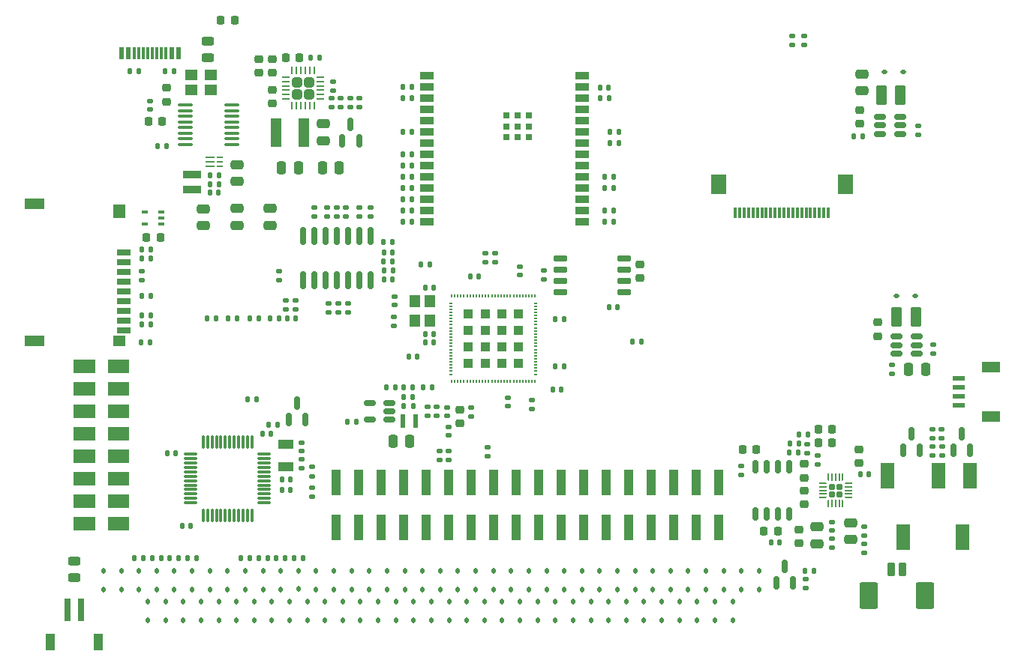
<source format=gbr>
%TF.GenerationSoftware,KiCad,Pcbnew,8.0.2*%
%TF.CreationDate,2024-05-22T21:58:48+02:00*%
%TF.ProjectId,why2025,77687932-3032-4352-9e6b-696361645f70,rev?*%
%TF.SameCoordinates,Original*%
%TF.FileFunction,Paste,Bot*%
%TF.FilePolarity,Positive*%
%FSLAX46Y46*%
G04 Gerber Fmt 4.6, Leading zero omitted, Abs format (unit mm)*
G04 Created by KiCad (PCBNEW 8.0.2) date 2024-05-22 21:58:48*
%MOMM*%
%LPD*%
G01*
G04 APERTURE LIST*
G04 Aperture macros list*
%AMRoundRect*
0 Rectangle with rounded corners*
0 $1 Rounding radius*
0 $2 $3 $4 $5 $6 $7 $8 $9 X,Y pos of 4 corners*
0 Add a 4 corners polygon primitive as box body*
4,1,4,$2,$3,$4,$5,$6,$7,$8,$9,$2,$3,0*
0 Add four circle primitives for the rounded corners*
1,1,$1+$1,$2,$3*
1,1,$1+$1,$4,$5*
1,1,$1+$1,$6,$7*
1,1,$1+$1,$8,$9*
0 Add four rect primitives between the rounded corners*
20,1,$1+$1,$2,$3,$4,$5,0*
20,1,$1+$1,$4,$5,$6,$7,0*
20,1,$1+$1,$6,$7,$8,$9,0*
20,1,$1+$1,$8,$9,$2,$3,0*%
%AMFreePoly0*
4,1,14,0.385355,0.085355,0.400000,0.050000,0.400000,0.000711,0.385355,-0.034644,0.334644,-0.085355,0.299289,-0.100000,-0.350000,-0.100000,-0.385355,-0.085355,-0.400000,-0.050000,-0.400000,0.050000,-0.385355,0.085355,-0.350000,0.100000,0.350000,0.100000,0.385355,0.085355,0.385355,0.085355,$1*%
%AMFreePoly1*
4,1,14,0.334644,0.085355,0.385355,0.034644,0.400000,-0.000711,0.400000,-0.050000,0.385355,-0.085355,0.350000,-0.100000,-0.350000,-0.100000,-0.385355,-0.085355,-0.400000,-0.050000,-0.400000,0.050000,-0.385355,0.085355,-0.350000,0.100000,0.299289,0.100000,0.334644,0.085355,0.334644,0.085355,$1*%
%AMFreePoly2*
4,1,14,0.085355,0.385355,0.100000,0.350000,0.100000,-0.350000,0.085355,-0.385355,0.050000,-0.400000,0.000711,-0.400000,-0.034644,-0.385355,-0.085355,-0.334644,-0.100000,-0.299289,-0.100000,0.350000,-0.085355,0.385355,-0.050000,0.400000,0.050000,0.400000,0.085355,0.385355,0.085355,0.385355,$1*%
%AMFreePoly3*
4,1,14,0.085355,0.385355,0.100000,0.350000,0.100000,-0.299289,0.085355,-0.334644,0.034644,-0.385355,-0.000711,-0.400000,-0.050000,-0.400000,-0.085355,-0.385355,-0.100000,-0.350000,-0.100000,0.350000,-0.085355,0.385355,-0.050000,0.400000,0.050000,0.400000,0.085355,0.385355,0.085355,0.385355,$1*%
%AMFreePoly4*
4,1,14,0.385355,0.085355,0.400000,0.050000,0.400000,-0.050000,0.385355,-0.085355,0.350000,-0.100000,-0.350000,-0.100000,-0.385355,-0.085355,-0.400000,-0.050000,-0.400000,-0.000711,-0.385355,0.034644,-0.334644,0.085355,-0.299289,0.100000,0.350000,0.100000,0.385355,0.085355,0.385355,0.085355,$1*%
%AMFreePoly5*
4,1,14,0.385355,0.085355,0.400000,0.050000,0.400000,-0.050000,0.385355,-0.085355,0.350000,-0.100000,-0.299289,-0.100000,-0.334644,-0.085355,-0.385355,-0.034644,-0.400000,0.000711,-0.400000,0.050000,-0.385355,0.085355,-0.350000,0.100000,0.350000,0.100000,0.385355,0.085355,0.385355,0.085355,$1*%
%AMFreePoly6*
4,1,14,0.034644,0.385355,0.085355,0.334644,0.100000,0.299289,0.100000,-0.350000,0.085355,-0.385355,0.050000,-0.400000,-0.050000,-0.400000,-0.085355,-0.385355,-0.100000,-0.350000,-0.100000,0.350000,-0.085355,0.385355,-0.050000,0.400000,-0.000711,0.400000,0.034644,0.385355,0.034644,0.385355,$1*%
%AMFreePoly7*
4,1,14,0.085355,0.385355,0.100000,0.350000,0.100000,-0.350000,0.085355,-0.385355,0.050000,-0.400000,-0.050000,-0.400000,-0.085355,-0.385355,-0.100000,-0.350000,-0.100000,0.299289,-0.085355,0.334644,-0.034644,0.385355,0.000711,0.400000,0.050000,0.400000,0.085355,0.385355,0.085355,0.385355,$1*%
G04 Aperture macros list end*
%ADD10C,0.010000*%
%ADD11RoundRect,0.135000X-0.135000X-0.185000X0.135000X-0.185000X0.135000X0.185000X-0.135000X0.185000X0*%
%ADD12RoundRect,0.135000X0.185000X-0.135000X0.185000X0.135000X-0.185000X0.135000X-0.185000X-0.135000X0*%
%ADD13RoundRect,0.135000X-0.185000X0.135000X-0.185000X-0.135000X0.185000X-0.135000X0.185000X0.135000X0*%
%ADD14RoundRect,0.140000X-0.140000X-0.170000X0.140000X-0.170000X0.140000X0.170000X-0.140000X0.170000X0*%
%ADD15RoundRect,0.135000X0.135000X0.185000X-0.135000X0.185000X-0.135000X-0.185000X0.135000X-0.185000X0*%
%ADD16RoundRect,0.112500X-0.112500X0.187500X-0.112500X-0.187500X0.112500X-0.187500X0.112500X0.187500X0*%
%ADD17RoundRect,0.100000X0.225000X0.100000X-0.225000X0.100000X-0.225000X-0.100000X0.225000X-0.100000X0*%
%ADD18RoundRect,0.225000X-0.250000X0.225000X-0.250000X-0.225000X0.250000X-0.225000X0.250000X0.225000X0*%
%ADD19RoundRect,0.140000X0.140000X0.170000X-0.140000X0.170000X-0.140000X-0.170000X0.140000X-0.170000X0*%
%ADD20RoundRect,0.150000X0.512500X0.150000X-0.512500X0.150000X-0.512500X-0.150000X0.512500X-0.150000X0*%
%ADD21RoundRect,0.140000X0.170000X-0.140000X0.170000X0.140000X-0.170000X0.140000X-0.170000X-0.140000X0*%
%ADD22R,1.500000X3.000000*%
%ADD23RoundRect,0.250000X0.250000X0.475000X-0.250000X0.475000X-0.250000X-0.475000X0.250000X-0.475000X0*%
%ADD24RoundRect,0.225000X0.250000X-0.225000X0.250000X0.225000X-0.250000X0.225000X-0.250000X-0.225000X0*%
%ADD25RoundRect,0.140000X-0.170000X0.140000X-0.170000X-0.140000X0.170000X-0.140000X0.170000X0.140000X0*%
%ADD26R,1.348740X0.599440*%
%ADD27R,1.998980X1.198880*%
%ADD28RoundRect,0.225000X-0.225000X-0.250000X0.225000X-0.250000X0.225000X0.250000X-0.225000X0.250000X0*%
%ADD29RoundRect,0.150000X-0.150000X0.625000X-0.150000X-0.625000X0.150000X-0.625000X0.150000X0.625000X0*%
%ADD30R,1.400000X1.200000*%
%ADD31RoundRect,0.075000X0.662500X0.075000X-0.662500X0.075000X-0.662500X-0.075000X0.662500X-0.075000X0*%
%ADD32RoundRect,0.075000X0.075000X0.662500X-0.075000X0.662500X-0.075000X-0.662500X0.075000X-0.662500X0*%
%ADD33RoundRect,0.150000X0.150000X-0.587500X0.150000X0.587500X-0.150000X0.587500X-0.150000X-0.587500X0*%
%ADD34RoundRect,0.137500X-0.137500X-0.662500X0.137500X-0.662500X0.137500X0.662500X-0.137500X0.662500X0*%
%ADD35RoundRect,0.250000X-0.475000X0.250000X-0.475000X-0.250000X0.475000X-0.250000X0.475000X0.250000X0*%
%ADD36R,0.700000X2.500000*%
%ADD37R,1.100000X1.900000*%
%ADD38R,2.340000X1.420010*%
%ADD39R,2.240000X1.420010*%
%ADD40RoundRect,0.250000X-0.250000X-0.475000X0.250000X-0.475000X0.250000X0.475000X-0.250000X0.475000X0*%
%ADD41RoundRect,0.112500X-0.187500X-0.112500X0.187500X-0.112500X0.187500X0.112500X-0.187500X0.112500X0*%
%ADD42R,1.000000X3.000000*%
%ADD43R,1.200000X1.400000*%
%ADD44RoundRect,0.218750X-0.218750X-0.256250X0.218750X-0.256250X0.218750X0.256250X-0.218750X0.256250X0*%
%ADD45R,0.600000X1.450000*%
%ADD46R,0.300000X1.450000*%
%ADD47RoundRect,0.250000X-0.315000X0.315000X-0.315000X-0.315000X0.315000X-0.315000X0.315000X0.315000X0*%
%ADD48RoundRect,0.062500X-0.062500X0.350000X-0.062500X-0.350000X0.062500X-0.350000X0.062500X0.350000X0*%
%ADD49RoundRect,0.062500X-0.350000X0.062500X-0.350000X-0.062500X0.350000X-0.062500X0.350000X0.062500X0*%
%ADD50RoundRect,0.250000X-0.375000X-0.850000X0.375000X-0.850000X0.375000X0.850000X-0.375000X0.850000X0*%
%ADD51RoundRect,0.243750X0.456250X-0.243750X0.456250X0.243750X-0.456250X0.243750X-0.456250X-0.243750X0*%
%ADD52R,1.125000X1.125000*%
%ADD53O,0.180000X0.400000*%
%ADD54O,0.400000X0.180000*%
%ADD55RoundRect,0.200000X0.200000X0.600000X-0.200000X0.600000X-0.200000X-0.600000X0.200000X-0.600000X0*%
%ADD56RoundRect,0.250001X0.799999X1.249999X-0.799999X1.249999X-0.799999X-1.249999X0.799999X-1.249999X0*%
%ADD57R,0.300000X1.300000*%
%ADD58R,1.800000X2.200000*%
%ADD59RoundRect,0.225000X0.225000X0.250000X-0.225000X0.250000X-0.225000X-0.250000X0.225000X-0.250000X0*%
%ADD60R,1.800000X1.000000*%
%ADD61RoundRect,0.150000X-0.650000X-0.150000X0.650000X-0.150000X0.650000X0.150000X-0.650000X0.150000X0*%
%ADD62RoundRect,0.172500X-0.172500X0.172500X-0.172500X-0.172500X0.172500X-0.172500X0.172500X0.172500X0*%
%ADD63FreePoly0,270.000000*%
%ADD64RoundRect,0.050000X-0.050000X0.350000X-0.050000X-0.350000X0.050000X-0.350000X0.050000X0.350000X0*%
%ADD65FreePoly1,270.000000*%
%ADD66FreePoly2,270.000000*%
%ADD67RoundRect,0.050000X-0.350000X0.050000X-0.350000X-0.050000X0.350000X-0.050000X0.350000X0.050000X0*%
%ADD68FreePoly3,270.000000*%
%ADD69FreePoly4,270.000000*%
%ADD70FreePoly5,270.000000*%
%ADD71FreePoly6,270.000000*%
%ADD72FreePoly7,270.000000*%
%ADD73RoundRect,0.250000X0.475000X-0.250000X0.475000X0.250000X-0.475000X0.250000X-0.475000X-0.250000X0*%
%ADD74R,1.500000X0.900000*%
%ADD75R,0.800000X0.800000*%
%ADD76R,2.000000X0.950000*%
%ADD77R,1.200000X3.300000*%
%ADD78RoundRect,0.062500X-0.237500X0.062500X-0.237500X-0.062500X0.237500X-0.062500X0.237500X0.062500X0*%
%ADD79RoundRect,0.062500X-0.437500X0.062500X-0.437500X-0.062500X0.437500X-0.062500X0.437500X0.062500X0*%
%ADD80RoundRect,0.100000X0.712500X0.100000X-0.712500X0.100000X-0.712500X-0.100000X0.712500X-0.100000X0*%
%ADD81R,1.600000X0.700000*%
%ADD82R,2.200000X1.200000*%
%ADD83R,1.400000X1.600000*%
%ADD84RoundRect,0.150000X-0.150000X0.825000X-0.150000X-0.825000X0.150000X-0.825000X0.150000X0.825000X0*%
G04 APERTURE END LIST*
D10*
%TO.C,J5*%
X-45053000Y21179990D02*
X-47393000Y21179990D01*
X-47393000Y22600010D01*
X-45053000Y22600010D01*
X-45053000Y21179990D01*
G36*
X-45053000Y21179990D02*
G01*
X-47393000Y21179990D01*
X-47393000Y22600010D01*
X-45053000Y22600010D01*
X-45053000Y21179990D01*
G37*
X-45053000Y18639990D02*
X-47393000Y18639990D01*
X-47393000Y20060010D01*
X-45053000Y20060010D01*
X-45053000Y18639990D01*
G36*
X-45053000Y18639990D02*
G01*
X-47393000Y18639990D01*
X-47393000Y20060010D01*
X-45053000Y20060010D01*
X-45053000Y18639990D01*
G37*
X-45053000Y16099990D02*
X-47393000Y16099990D01*
X-47393000Y17520010D01*
X-45053000Y17520010D01*
X-45053000Y16099990D01*
G36*
X-45053000Y16099990D02*
G01*
X-47393000Y16099990D01*
X-47393000Y17520010D01*
X-45053000Y17520010D01*
X-45053000Y16099990D01*
G37*
X-45053000Y13559994D02*
X-47393000Y13559994D01*
X-47393000Y14980010D01*
X-45053000Y14980010D01*
X-45053000Y13559994D01*
G36*
X-45053000Y13559994D02*
G01*
X-47393000Y13559994D01*
X-47393000Y14980010D01*
X-45053000Y14980010D01*
X-45053000Y13559994D01*
G37*
X-45053000Y11019990D02*
X-47393000Y11019990D01*
X-47393000Y12440006D01*
X-45053000Y12440006D01*
X-45053000Y11019990D01*
G36*
X-45053000Y11019990D02*
G01*
X-47393000Y11019990D01*
X-47393000Y12440006D01*
X-45053000Y12440006D01*
X-45053000Y11019990D01*
G37*
X-45053000Y8479990D02*
X-47393000Y8479990D01*
X-47393000Y9900010D01*
X-45053000Y9900010D01*
X-45053000Y8479990D01*
G36*
X-45053000Y8479990D02*
G01*
X-47393000Y8479990D01*
X-47393000Y9900010D01*
X-45053000Y9900010D01*
X-45053000Y8479990D01*
G37*
X-45053000Y5939990D02*
X-47393000Y5939990D01*
X-47393000Y7360010D01*
X-45053000Y7360010D01*
X-45053000Y5939990D01*
G36*
X-45053000Y5939990D02*
G01*
X-47393000Y5939990D01*
X-47393000Y7360010D01*
X-45053000Y7360010D01*
X-45053000Y5939990D01*
G37*
X-45053000Y3399990D02*
X-47393000Y3399990D01*
X-47393000Y4820010D01*
X-45053000Y4820010D01*
X-45053000Y3399990D01*
G36*
X-45053000Y3399990D02*
G01*
X-47393000Y3399990D01*
X-47393000Y4820010D01*
X-45053000Y4820010D01*
X-45053000Y3399990D01*
G37*
X-41242000Y21179990D02*
X-43482000Y21179990D01*
X-43482000Y22600010D01*
X-41242000Y22600010D01*
X-41242000Y21179990D01*
G36*
X-41242000Y21179990D02*
G01*
X-43482000Y21179990D01*
X-43482000Y22600010D01*
X-41242000Y22600010D01*
X-41242000Y21179990D01*
G37*
X-41242000Y18639990D02*
X-43482000Y18639990D01*
X-43482000Y20060010D01*
X-41242000Y20060010D01*
X-41242000Y18639990D01*
G36*
X-41242000Y18639990D02*
G01*
X-43482000Y18639990D01*
X-43482000Y20060010D01*
X-41242000Y20060010D01*
X-41242000Y18639990D01*
G37*
X-41242000Y16099990D02*
X-43482000Y16099990D01*
X-43482000Y17520010D01*
X-41242000Y17520010D01*
X-41242000Y16099990D01*
G36*
X-41242000Y16099990D02*
G01*
X-43482000Y16099990D01*
X-43482000Y17520010D01*
X-41242000Y17520010D01*
X-41242000Y16099990D01*
G37*
X-41242000Y13559994D02*
X-43482000Y13559994D01*
X-43482000Y14980010D01*
X-41242000Y14980010D01*
X-41242000Y13559994D01*
G36*
X-41242000Y13559994D02*
G01*
X-43482000Y13559994D01*
X-43482000Y14980010D01*
X-41242000Y14980010D01*
X-41242000Y13559994D01*
G37*
X-41242000Y11019990D02*
X-43482000Y11019990D01*
X-43482000Y12440006D01*
X-41242000Y12440006D01*
X-41242000Y11019990D01*
G36*
X-41242000Y11019990D02*
G01*
X-43482000Y11019990D01*
X-43482000Y12440006D01*
X-41242000Y12440006D01*
X-41242000Y11019990D01*
G37*
X-41242000Y8479990D02*
X-43482000Y8479990D01*
X-43482000Y9900010D01*
X-41242000Y9900010D01*
X-41242000Y8479990D01*
G36*
X-41242000Y8479990D02*
G01*
X-43482000Y8479990D01*
X-43482000Y9900010D01*
X-41242000Y9900010D01*
X-41242000Y8479990D01*
G37*
X-41242000Y5939990D02*
X-43482000Y5939990D01*
X-43482000Y7360010D01*
X-41242000Y7360010D01*
X-41242000Y5939990D01*
G36*
X-41242000Y5939990D02*
G01*
X-43482000Y5939990D01*
X-43482000Y7360010D01*
X-41242000Y7360010D01*
X-41242000Y5939990D01*
G37*
X-41242000Y3399990D02*
X-43482000Y3399990D01*
X-43482000Y4820010D01*
X-41242000Y4820010D01*
X-41242000Y3399990D01*
G36*
X-41242000Y3399990D02*
G01*
X-43482000Y3399990D01*
X-43482000Y4820010D01*
X-41242000Y4820010D01*
X-41242000Y3399990D01*
G37*
%TD*%
D11*
%TO.C,R32*%
X-39770000Y24570000D03*
X-38750000Y24570000D03*
%TD*%
D12*
%TO.C,R22*%
X-17280000Y51135001D03*
X-17280000Y52154999D03*
%TD*%
D13*
%TO.C,R87*%
X-22300000Y29300000D03*
X-22300000Y28280002D03*
%TD*%
D14*
%TO.C,C51*%
X6730000Y19260000D03*
X7690000Y19260000D03*
%TD*%
D15*
%TO.C,R58*%
X-38690000Y26650000D03*
X-39710000Y26650000D03*
%TD*%
D16*
%TO.C,D22*%
X-23000000Y-4700000D03*
X-23000000Y-6800000D03*
%TD*%
D13*
%TO.C,R21*%
X-18280000Y52154999D03*
X-18280000Y51135001D03*
%TD*%
D12*
%TO.C,R81*%
X-24200000Y31590001D03*
X-24200000Y32609999D03*
%TD*%
D15*
%TO.C,R59*%
X-38690000Y27650000D03*
X-39710000Y27650000D03*
%TD*%
D17*
%TO.C,U20*%
X-37450000Y39300000D03*
X-37450000Y38650000D03*
X-37450000Y38000000D03*
X-39350000Y38000000D03*
X-39350000Y39300000D03*
%TD*%
D18*
%TO.C,C62*%
X35080000Y7805000D03*
X35080000Y6255000D03*
%TD*%
D15*
%TO.C,R39*%
X-11060001Y19490000D03*
X-12079999Y19490000D03*
%TD*%
D16*
%TO.C,D36*%
X-5000000Y-4750000D03*
X-5000000Y-6850000D03*
%TD*%
D19*
%TO.C,C55*%
X-1630000Y32040000D03*
X-2590000Y32040000D03*
%TD*%
D11*
%TO.C,R52*%
X6960000Y27230000D03*
X7980000Y27230000D03*
%TD*%
%TO.C,R26*%
X12590000Y42020000D03*
X13610000Y42020000D03*
%TD*%
D16*
%TO.C,D39*%
X5000000Y-4750000D03*
X5000000Y-6850000D03*
%TD*%
D20*
%TO.C,U3*%
X-11700000Y17750000D03*
X-11700000Y16800000D03*
X-11700000Y15850000D03*
X-13975000Y15850000D03*
X-13975000Y17750000D03*
%TD*%
D16*
%TO.C,D66*%
X21000000Y-4750000D03*
X21000000Y-6850000D03*
%TD*%
%TO.C,D60*%
X13000000Y-4750000D03*
X13000000Y-6850000D03*
%TD*%
D15*
%TO.C,R56*%
X-38690000Y34075000D03*
X-39710000Y34075000D03*
%TD*%
D21*
%TO.C,C6*%
X-38790000Y50880000D03*
X-38790000Y51840000D03*
%TD*%
D12*
%TO.C,R50*%
X33700000Y58190001D03*
X33700000Y59209999D03*
%TD*%
%TO.C,R92*%
X-20240000Y38790001D03*
X-20240000Y39809999D03*
%TD*%
D16*
%TO.C,D2*%
X-40000000Y-1250000D03*
X-40000000Y-3350000D03*
%TD*%
D19*
%TO.C,C2*%
X-24380000Y15300000D03*
X-25340000Y15300000D03*
%TD*%
D22*
%TO.C,J4*%
X46217500Y2550000D03*
X52917500Y2550000D03*
X53817500Y9550000D03*
X50217500Y9550000D03*
X44517500Y9550000D03*
%TD*%
D16*
%TO.C,D43*%
X-7000000Y-4750000D03*
X-7000000Y-6850000D03*
%TD*%
D15*
%TO.C,R17*%
X13610000Y38200000D03*
X12590000Y38200000D03*
%TD*%
D16*
%TO.C,D21*%
X-21000000Y-4750000D03*
X-21000000Y-6850000D03*
%TD*%
D11*
%TO.C,R15*%
X13150000Y48350000D03*
X14170000Y48350000D03*
%TD*%
D16*
%TO.C,D45*%
X9000000Y-4750000D03*
X9000000Y-6850000D03*
%TD*%
D12*
%TO.C,R76*%
X35420000Y12070000D03*
X35420000Y13090000D03*
%TD*%
D16*
%TO.C,D11*%
X-32000000Y-1250000D03*
X-32000000Y-3350000D03*
%TD*%
D19*
%TO.C,C57*%
X-6730000Y25480000D03*
X-7690000Y25480000D03*
%TD*%
D16*
%TO.C,D31*%
X-10000000Y-1250000D03*
X-10000000Y-3350000D03*
%TD*%
D23*
%TO.C,C13*%
X-22010000Y44325000D03*
X-23910000Y44325000D03*
%TD*%
D15*
%TO.C,R18*%
X13610000Y39450000D03*
X12590000Y39450000D03*
%TD*%
%TO.C,R7*%
X-27480000Y200000D03*
X-28500000Y200000D03*
%TD*%
D12*
%TO.C,R88*%
X-15156000Y38790001D03*
X-15156000Y39809999D03*
%TD*%
%TO.C,R95*%
X-17708000Y38790001D03*
X-17708000Y39809999D03*
%TD*%
D11*
%TO.C,R40*%
X-10100000Y18400000D03*
X-9080002Y18400000D03*
%TD*%
D24*
%TO.C,C11*%
X-24960000Y51550000D03*
X-24960000Y53100000D03*
%TD*%
D13*
%TO.C,R29*%
X-20450000Y10490000D03*
X-20450000Y9470002D03*
%TD*%
D25*
%TO.C,C22*%
X-21660000Y13250000D03*
X-21660000Y12290000D03*
%TD*%
D16*
%TO.C,D51*%
X-2000000Y-1250000D03*
X-2000000Y-3350000D03*
%TD*%
%TO.C,D67*%
X23000000Y-4750000D03*
X23000000Y-6850000D03*
%TD*%
D26*
%TO.C,J10*%
X52500000Y20498600D03*
X52500000Y19497840D03*
X52500000Y18502160D03*
X52500000Y17501400D03*
D27*
X56172840Y21799080D03*
X56172840Y16200920D03*
%TD*%
D28*
%TO.C,C30*%
X-39150000Y36400000D03*
X-37600000Y36400000D03*
%TD*%
D29*
%TO.C,U16*%
X29565000Y10555000D03*
X30835000Y10555000D03*
X32105000Y10555000D03*
X33375000Y10555000D03*
X33375000Y5205000D03*
X32105000Y5205000D03*
X30835000Y5205000D03*
X29565000Y5205000D03*
%TD*%
D30*
%TO.C,Y1*%
X-34050000Y54800000D03*
X-31850000Y54800000D03*
X-31850000Y53100000D03*
X-34050000Y53100000D03*
%TD*%
D31*
%TO.C,U1*%
X-25837500Y11950000D03*
X-25837500Y11450000D03*
X-25837500Y10950000D03*
X-25837500Y10450000D03*
X-25837500Y9950000D03*
X-25837500Y9450000D03*
X-25837500Y8950000D03*
X-25837500Y8450000D03*
X-25837500Y7950000D03*
X-25837500Y7450000D03*
X-25837500Y6950000D03*
X-25837500Y6450000D03*
D32*
X-27250000Y5037500D03*
X-27750000Y5037500D03*
X-28250000Y5037500D03*
X-28750000Y5037500D03*
X-29250000Y5037500D03*
X-29750000Y5037500D03*
X-30250000Y5037500D03*
X-30750000Y5037500D03*
X-31250000Y5037500D03*
X-31750000Y5037500D03*
X-32250000Y5037500D03*
X-32750000Y5037500D03*
D31*
X-34162500Y6450000D03*
X-34162500Y6950000D03*
X-34162500Y7450000D03*
X-34162500Y7950000D03*
X-34162500Y8450000D03*
X-34162500Y8950000D03*
X-34162500Y9450000D03*
X-34162500Y9950000D03*
X-34162500Y10450000D03*
X-34162500Y10950000D03*
X-34162500Y11450000D03*
X-34162500Y11950000D03*
D32*
X-32750000Y13362500D03*
X-32250000Y13362500D03*
X-31750000Y13362500D03*
X-31250000Y13362500D03*
X-30750000Y13362500D03*
X-30250000Y13362500D03*
X-29750000Y13362500D03*
X-29250000Y13362500D03*
X-28750000Y13362500D03*
X-28250000Y13362500D03*
X-27750000Y13362500D03*
X-27250000Y13362500D03*
%TD*%
D16*
%TO.C,D40*%
X2000000Y-1250000D03*
X2000000Y-3350000D03*
%TD*%
D13*
%TO.C,R100*%
X35250000Y-2140000D03*
X35250000Y-3160000D03*
%TD*%
D18*
%TO.C,C67*%
X34520000Y3435000D03*
X34520000Y1885000D03*
%TD*%
D16*
%TO.C,D35*%
X-6000000Y-1250000D03*
X-6000000Y-3350000D03*
%TD*%
%TO.C,D30*%
X-11000000Y-4750000D03*
X-11000000Y-6850000D03*
%TD*%
D33*
%TO.C,Q3*%
X53822501Y12392500D03*
X51922501Y12392500D03*
X52872501Y14267501D03*
%TD*%
D12*
%TO.C,R31*%
X-16160000Y51135001D03*
X-16160000Y52154999D03*
%TD*%
D34*
%TO.C,L1*%
X-8775000Y15700000D03*
X-10225000Y15700000D03*
%TD*%
D25*
%TO.C,C38*%
X-2540000Y17190000D03*
X-2540000Y16230000D03*
%TD*%
D16*
%TO.C,D34*%
X-4000000Y-1250000D03*
X-4000000Y-3350000D03*
%TD*%
%TO.C,D18*%
X-31000000Y-4750000D03*
X-31000000Y-6850000D03*
%TD*%
%TO.C,D63*%
X16000000Y-1250000D03*
X16000000Y-3350000D03*
%TD*%
D11*
%TO.C,R77*%
X34480000Y14170000D03*
X35500000Y14170000D03*
%TD*%
%TO.C,R19*%
X-20669999Y56775000D03*
X-19650001Y56775000D03*
%TD*%
D13*
%TO.C,R74*%
X49570000Y12849999D03*
X49570000Y11830001D03*
%TD*%
%TO.C,R96*%
X-16640000Y39819999D03*
X-16640000Y38800001D03*
%TD*%
D16*
%TO.C,D64*%
X20000000Y-1250000D03*
X20000000Y-3350000D03*
%TD*%
D14*
%TO.C,C23*%
X-23860000Y9080000D03*
X-22900000Y9080000D03*
%TD*%
D35*
%TO.C,C17*%
X-32700000Y39665001D03*
X-32700000Y37765001D03*
%TD*%
D16*
%TO.C,D12*%
X-36000000Y-1250000D03*
X-36000000Y-3350000D03*
%TD*%
D25*
%TO.C,C71*%
X38200000Y4260000D03*
X38200000Y3300000D03*
%TD*%
D19*
%TO.C,C24*%
X-9140000Y19500000D03*
X-10100000Y19500000D03*
%TD*%
D24*
%TO.C,C63*%
X41280000Y10915000D03*
X41280000Y12465000D03*
%TD*%
D19*
%TO.C,C3*%
X-34180000Y3840000D03*
X-35140000Y3840000D03*
%TD*%
D15*
%TO.C,R83*%
X-11340001Y32690000D03*
X-12359999Y32690000D03*
%TD*%
D12*
%TO.C,R20*%
X-18070000Y53060001D03*
X-18070000Y54079999D03*
%TD*%
D15*
%TO.C,R57*%
X-38690000Y35075000D03*
X-39710000Y35075000D03*
%TD*%
D36*
%TO.C,J13*%
X-46525000Y-5650000D03*
X-48025000Y-5650000D03*
D37*
X-44575000Y-9250000D03*
X-49975000Y-9250000D03*
%TD*%
D16*
%TO.C,D24*%
X-24000000Y-1250000D03*
X-24000000Y-3350000D03*
%TD*%
D20*
%TO.C,U11*%
X47787499Y25235000D03*
X47787499Y24285000D03*
X47787499Y23335000D03*
X45512499Y23335000D03*
X45512499Y24285000D03*
X45512499Y25235000D03*
%TD*%
D12*
%TO.C,R25*%
X-650000Y11700000D03*
X-650000Y12720000D03*
%TD*%
D38*
%TO.C,J5*%
X-46223000Y21890000D03*
D39*
X-42362000Y21890000D03*
D38*
X-46223000Y19350000D03*
D39*
X-42362000Y19350000D03*
D38*
X-46223000Y16810000D03*
D39*
X-42362000Y16810000D03*
D38*
X-46223000Y14270000D03*
D39*
X-42362000Y14270000D03*
D38*
X-46223000Y11730000D03*
D39*
X-42362000Y11730000D03*
D38*
X-46223000Y9190000D03*
D39*
X-42362000Y9190000D03*
D38*
X-46223000Y6650000D03*
D39*
X-42362000Y6650000D03*
D38*
X-46223000Y4110000D03*
D39*
X-42362000Y4110000D03*
%TD*%
D35*
%TO.C,C19*%
X-25200000Y39725001D03*
X-25200000Y37825001D03*
%TD*%
D16*
%TO.C,D42*%
X1000000Y-4750000D03*
X1000000Y-6850000D03*
%TD*%
D40*
%TO.C,C31*%
X46860000Y21530000D03*
X48760000Y21530000D03*
%TD*%
D16*
%TO.C,D59*%
X12000000Y-1250000D03*
X12000000Y-3350000D03*
%TD*%
D28*
%TO.C,C60*%
X36685000Y14750000D03*
X38235000Y14750000D03*
%TD*%
D15*
%TO.C,R4*%
X-21490000Y200000D03*
X-22510000Y200000D03*
%TD*%
D11*
%TO.C,R49*%
X-10250000Y53440000D03*
X-9230000Y53440000D03*
%TD*%
D41*
%TO.C,D83*%
X45537499Y29820000D03*
X47637499Y29820000D03*
%TD*%
D42*
%TO.C,J6*%
X-17780000Y3680000D03*
X-17780000Y8720000D03*
X-15240000Y3680000D03*
X-15240000Y8720000D03*
X-12700000Y3680000D03*
X-12700000Y8720000D03*
X-10160000Y3680000D03*
X-10160000Y8720000D03*
X-7620000Y3680000D03*
X-7620000Y8720000D03*
X-5080000Y3680000D03*
X-5080000Y8720000D03*
X-2540000Y3680000D03*
X-2540000Y8720000D03*
X0Y3680000D03*
X0Y8720000D03*
X2540000Y3680000D03*
X2540000Y8720000D03*
X5080000Y3680000D03*
X5080000Y8720000D03*
X7620000Y3680000D03*
X7620000Y8720000D03*
X10160000Y3680000D03*
X10160000Y8720000D03*
X12700000Y3680000D03*
X12700000Y8720000D03*
X15240000Y3680000D03*
X15240000Y8720000D03*
X17780000Y3680000D03*
X17780000Y8720000D03*
X20320000Y3680000D03*
X20320000Y8720000D03*
X22860000Y3680000D03*
X22860000Y8720000D03*
X25400000Y3680000D03*
X25400000Y8720000D03*
%TD*%
D43*
%TO.C,Y3*%
X-7133000Y29207000D03*
X-7133000Y27007000D03*
X-8833000Y27007000D03*
X-8833000Y29207000D03*
%TD*%
D11*
%TO.C,R36*%
X-10250000Y44550000D03*
X-9230000Y44550000D03*
%TD*%
D16*
%TO.C,D47*%
X3000000Y-4750000D03*
X3000000Y-6850000D03*
%TD*%
D25*
%TO.C,C27*%
X-7400000Y17280000D03*
X-7400000Y16320000D03*
%TD*%
D16*
%TO.C,D23*%
X-20000000Y-1250000D03*
X-20000000Y-3350000D03*
%TD*%
D44*
%TO.C,D82*%
X-30787500Y61000000D03*
X-29212500Y61000000D03*
%TD*%
D15*
%TO.C,R46*%
X-9230000Y48360000D03*
X-10250000Y48360000D03*
%TD*%
D16*
%TO.C,D33*%
X-18000000Y-1250000D03*
X-18000000Y-3350000D03*
%TD*%
D25*
%TO.C,C40*%
X-5200000Y17250000D03*
X-5200000Y16290000D03*
%TD*%
D16*
%TO.C,D68*%
X25000000Y-4750000D03*
X25000000Y-6850000D03*
%TD*%
D13*
%TO.C,R84*%
X-16430000Y28959999D03*
X-16430000Y27940001D03*
%TD*%
D45*
%TO.C,J1*%
X-42000000Y57275000D03*
X-41200000Y57275000D03*
D46*
X-40000000Y57275000D03*
X-39000000Y57275000D03*
X-38500000Y57275000D03*
X-37500000Y57275000D03*
D45*
X-36300000Y57275000D03*
X-35500000Y57275000D03*
X-35500000Y57275000D03*
X-36300000Y57275000D03*
D46*
X-37000000Y57275000D03*
X-38000000Y57275000D03*
X-39500000Y57275000D03*
X-40500000Y57275000D03*
D45*
X-41200000Y57275000D03*
X-42000000Y57275000D03*
%TD*%
D11*
%TO.C,R11*%
X-37920000Y46760000D03*
X-36900000Y46760000D03*
%TD*%
D25*
%TO.C,C56*%
X1670000Y18330000D03*
X1670000Y17370000D03*
%TD*%
D16*
%TO.C,D13*%
X-25000000Y-4750000D03*
X-25000000Y-6850000D03*
%TD*%
%TO.C,D49*%
X-1000000Y-4750000D03*
X-1000000Y-6850000D03*
%TD*%
D11*
%TO.C,R97*%
X-27509999Y27300000D03*
X-26490001Y27300000D03*
%TD*%
D15*
%TO.C,R43*%
X-7140000Y33400000D03*
X-8160000Y33400000D03*
%TD*%
D12*
%TO.C,R47*%
X44984999Y21050001D03*
X44984999Y22069999D03*
%TD*%
D11*
%TO.C,R91*%
X-29919998Y27300000D03*
X-28900000Y27300000D03*
%TD*%
D12*
%TO.C,R72*%
X50620000Y11810000D03*
X50620000Y12830000D03*
%TD*%
D15*
%TO.C,R3*%
X-25480000Y200000D03*
X-26500000Y200000D03*
%TD*%
D11*
%TO.C,R33*%
X-10250000Y40740000D03*
X-9230000Y40740000D03*
%TD*%
D18*
%TO.C,C39*%
X-3800000Y16975000D03*
X-3800000Y15425000D03*
%TD*%
D47*
%TO.C,U6*%
X-20785000Y54000000D03*
X-22135000Y54000000D03*
X-20785000Y52650000D03*
X-22135000Y52650000D03*
D48*
X-22710000Y55287500D03*
X-22210000Y55287500D03*
X-21710000Y55287500D03*
X-21210000Y55287500D03*
X-20710000Y55287500D03*
X-20210000Y55287500D03*
D49*
X-19497500Y54575000D03*
X-19497500Y54075000D03*
X-19497500Y53575000D03*
X-19497500Y53075000D03*
X-19497500Y52575000D03*
X-19497500Y52075000D03*
D48*
X-20210000Y51362500D03*
X-20710000Y51362500D03*
X-21210000Y51362500D03*
X-21710000Y51362500D03*
X-22210000Y51362500D03*
X-22710000Y51362500D03*
D49*
X-23422500Y52075000D03*
X-23422500Y52575000D03*
X-23422500Y53075000D03*
X-23422500Y53575000D03*
X-23422500Y54075000D03*
X-23422500Y54575000D03*
%TD*%
D33*
%TO.C,Q2*%
X33850000Y-2600000D03*
X31950000Y-2600000D03*
X32900000Y-725000D03*
%TD*%
D35*
%TO.C,C15*%
X-19210000Y49275000D03*
X-19210000Y47375000D03*
%TD*%
D16*
%TO.C,D27*%
X-14000000Y-1250000D03*
X-14000000Y-3350000D03*
%TD*%
D11*
%TO.C,R94*%
X-12399999Y35950000D03*
X-11380001Y35950000D03*
%TD*%
D13*
%TO.C,R67*%
X41880000Y3780000D03*
X41880000Y2760000D03*
%TD*%
D24*
%TO.C,C20*%
X-24960000Y55050000D03*
X-24960000Y56600000D03*
%TD*%
D11*
%TO.C,R30*%
X-10250000Y39470000D03*
X-9230000Y39470000D03*
%TD*%
D16*
%TO.C,D41*%
X4000000Y-1250000D03*
X4000000Y-3350000D03*
%TD*%
D12*
%TO.C,R71*%
X49580000Y13770001D03*
X49580000Y14789999D03*
%TD*%
D19*
%TO.C,C37*%
X-15480000Y15570000D03*
X-16440000Y15570000D03*
%TD*%
D25*
%TO.C,C29*%
X-17530000Y28950000D03*
X-17530000Y27990000D03*
%TD*%
D16*
%TO.C,D17*%
X-26000000Y-1250000D03*
X-26000000Y-3350000D03*
%TD*%
D25*
%TO.C,C43*%
X-6400000Y17270000D03*
X-6400000Y16310000D03*
%TD*%
D50*
%TO.C,L4*%
X43805000Y52551249D03*
X45955000Y52551249D03*
%TD*%
D24*
%TO.C,C32*%
X43380000Y25295000D03*
X43380000Y26845000D03*
%TD*%
D21*
%TO.C,C21*%
X-21670000Y10400000D03*
X-21670000Y11360000D03*
%TD*%
D16*
%TO.C,D70*%
X27000000Y-4700000D03*
X27000000Y-6800000D03*
%TD*%
D33*
%TO.C,Q1*%
X-15160000Y47319999D03*
X-17060000Y47319999D03*
X-16110000Y49195000D03*
%TD*%
D16*
%TO.C,D10*%
X-35000000Y-4750000D03*
X-35000000Y-6850000D03*
%TD*%
D12*
%TO.C,R68*%
X41890000Y830000D03*
X41890000Y1850000D03*
%TD*%
D13*
%TO.C,R89*%
X-13880000Y39809999D03*
X-13880000Y38790001D03*
%TD*%
D12*
%TO.C,R75*%
X27950000Y9560001D03*
X27950000Y10579999D03*
%TD*%
D11*
%TO.C,R35*%
X-10250000Y43260000D03*
X-9230000Y43260000D03*
%TD*%
D16*
%TO.C,D8*%
X-34000000Y-1250000D03*
X-34000000Y-3350000D03*
%TD*%
%TO.C,D38*%
X-13000000Y-4750000D03*
X-13000000Y-6850000D03*
%TD*%
%TO.C,D7*%
X-30000000Y-1250000D03*
X-30000000Y-3350000D03*
%TD*%
D14*
%TO.C,C75*%
X-12330000Y31680000D03*
X-11370000Y31680000D03*
%TD*%
D51*
%TO.C,F2*%
X-47300000Y-2037500D03*
X-47300000Y-162500D03*
%TD*%
D11*
%TO.C,R9*%
X-41010000Y55200000D03*
X-39990000Y55200000D03*
%TD*%
%TO.C,R24*%
X-32000000Y43440000D03*
X-30980000Y43440000D03*
%TD*%
D28*
%TO.C,C9*%
X-23435000Y56790000D03*
X-21885000Y56790000D03*
%TD*%
D16*
%TO.C,D4*%
X-42000000Y-1250000D03*
X-42000000Y-3350000D03*
%TD*%
%TO.C,D28*%
X-17000000Y-4750000D03*
X-17000000Y-6850000D03*
%TD*%
D35*
%TO.C,C66*%
X40370000Y4200000D03*
X40370000Y2300000D03*
%TD*%
D25*
%TO.C,C35*%
X4310000Y18040000D03*
X4310000Y17080000D03*
%TD*%
D20*
%TO.C,U12*%
X45880000Y50051249D03*
X45880000Y49101250D03*
X45880000Y48151251D03*
X43605000Y48151251D03*
X43605000Y49101250D03*
X43605000Y50051249D03*
%TD*%
D33*
%TO.C,U15*%
X-21190000Y15842500D03*
X-23090000Y15842500D03*
X-22140000Y17717500D03*
%TD*%
D52*
%TO.C,U8*%
X2812500Y27812500D03*
X937500Y27812500D03*
X-937500Y27812500D03*
X-2812500Y27812500D03*
X2812500Y25937500D03*
X937500Y25937500D03*
X-937500Y25937500D03*
X-2812500Y25937500D03*
X2812500Y24062500D03*
X937500Y24062500D03*
X-937500Y24062500D03*
X-2812500Y24062500D03*
X2812500Y22187500D03*
X937500Y22187500D03*
X-937500Y22187500D03*
X-2812500Y22187500D03*
D53*
X-4725000Y29800000D03*
X-4375000Y29800000D03*
X-4025000Y29800000D03*
X-3675000Y29800000D03*
X-3325000Y29800000D03*
X-2975000Y29800000D03*
X-2625000Y29800000D03*
X-2275000Y29800000D03*
X-1925000Y29800000D03*
X-1575000Y29800000D03*
X-1225000Y29800000D03*
X-875000Y29800000D03*
X-525000Y29800000D03*
X-175000Y29800000D03*
X175000Y29800000D03*
X525000Y29800000D03*
X875000Y29800000D03*
X1225000Y29800000D03*
X1575000Y29800000D03*
X1925000Y29800000D03*
X2275000Y29800000D03*
X2625000Y29800000D03*
X2975000Y29800000D03*
X3325000Y29800000D03*
X3675000Y29800000D03*
X4025000Y29800000D03*
X4375000Y29800000D03*
X4725000Y29800000D03*
D54*
X4800000Y29025000D03*
X4800000Y28675000D03*
X4800000Y28325000D03*
X4800000Y27975000D03*
X4800000Y27625000D03*
X4800000Y27275000D03*
X4800000Y26925000D03*
X4800000Y26575000D03*
X4800000Y26225000D03*
X4800000Y25875000D03*
X4800000Y25525000D03*
X4800000Y25175000D03*
X4800000Y24825000D03*
X4800000Y24475000D03*
X4800000Y24125000D03*
X4800000Y23775000D03*
X4800000Y23425000D03*
X4800000Y23075000D03*
X4800000Y22725000D03*
X4800000Y22375000D03*
X4800000Y22025000D03*
X4800000Y21675000D03*
X4800000Y21325000D03*
X4800000Y20975000D03*
D53*
X4725000Y20200000D03*
X4375000Y20200000D03*
X4025000Y20200000D03*
X3675000Y20200000D03*
X3325000Y20200000D03*
X2975000Y20200000D03*
X2625000Y20200000D03*
X2275000Y20200000D03*
X1925000Y20200000D03*
X1575000Y20200000D03*
X1225000Y20200000D03*
X875000Y20200000D03*
X525000Y20200000D03*
X175000Y20200000D03*
X-175000Y20200000D03*
X-525000Y20200000D03*
X-875000Y20200000D03*
X-1225000Y20200000D03*
X-1575000Y20200000D03*
X-1925000Y20200000D03*
X-2275000Y20200000D03*
X-2625000Y20200000D03*
X-2975000Y20200000D03*
X-3325000Y20200000D03*
X-3675000Y20200000D03*
X-4025000Y20200000D03*
X-4375000Y20200000D03*
X-4725000Y20200000D03*
D54*
X-4800000Y20975000D03*
X-4800000Y21325000D03*
X-4800000Y21675000D03*
X-4800000Y22025000D03*
X-4800000Y22375000D03*
X-4800000Y22725000D03*
X-4800000Y23075000D03*
X-4800000Y23425000D03*
X-4800000Y23775000D03*
X-4800000Y24125000D03*
X-4800000Y24475000D03*
X-4800000Y24825000D03*
X-4800000Y25175000D03*
X-4800000Y25525000D03*
X-4800000Y25875000D03*
X-4800000Y26225000D03*
X-4800000Y26575000D03*
X-4800000Y26925000D03*
X-4800000Y27275000D03*
X-4800000Y27625000D03*
X-4800000Y27975000D03*
X-4800000Y28325000D03*
X-4800000Y28675000D03*
X-4800000Y29025000D03*
%TD*%
D16*
%TO.C,D37*%
X-8000000Y-1250000D03*
X-8000000Y-3350000D03*
%TD*%
D11*
%TO.C,R44*%
X6950000Y21850000D03*
X7970000Y21850000D03*
%TD*%
D55*
%TO.C,J7*%
X46150000Y-1100000D03*
X44900000Y-1100000D03*
D56*
X48700000Y-4000000D03*
X42350000Y-4000000D03*
%TD*%
D13*
%TO.C,R99*%
X-15140000Y52154999D03*
X-15140000Y51135001D03*
%TD*%
D11*
%TO.C,R13*%
X13160000Y47080000D03*
X14180000Y47080000D03*
%TD*%
D14*
%TO.C,C16*%
X-31970000Y41520000D03*
X-31010000Y41520000D03*
%TD*%
D16*
%TO.C,D32*%
X-12000000Y-1250000D03*
X-12000000Y-3350000D03*
%TD*%
D14*
%TO.C,C28*%
X-12360000Y34730000D03*
X-11400000Y34730000D03*
%TD*%
D16*
%TO.C,D20*%
X-22000000Y-1200000D03*
X-22000000Y-3300000D03*
%TD*%
D14*
%TO.C,C64*%
X41410000Y9710000D03*
X42370000Y9710000D03*
%TD*%
D15*
%TO.C,R8*%
X-23490000Y200000D03*
X-24510000Y200000D03*
%TD*%
D16*
%TO.C,D48*%
X28000000Y-1250000D03*
X28000000Y-3350000D03*
%TD*%
D19*
%TO.C,C4*%
X-35880000Y12020000D03*
X-36840000Y12020000D03*
%TD*%
D14*
%TO.C,C52*%
X15720000Y24700000D03*
X16680000Y24700000D03*
%TD*%
D16*
%TO.C,D3*%
X-39000000Y-4750000D03*
X-39000000Y-6850000D03*
%TD*%
D57*
%TO.C,J9*%
X27300000Y39220000D03*
X27800000Y39220000D03*
X28300000Y39220000D03*
X28800000Y39220000D03*
X29300000Y39220000D03*
X29800000Y39220000D03*
X30300000Y39220000D03*
X30800000Y39220000D03*
X31300000Y39220000D03*
X31800000Y39220000D03*
X32300000Y39220000D03*
X32800000Y39220000D03*
X33300000Y39220000D03*
X33800000Y39220000D03*
X34300000Y39220000D03*
X34800000Y39220000D03*
X35300000Y39220000D03*
X35800000Y39220000D03*
X36300000Y39220000D03*
X36800000Y39220000D03*
X37300000Y39220000D03*
X37800000Y39220000D03*
D58*
X25400000Y42470000D03*
X39700000Y42470000D03*
%TD*%
D14*
%TO.C,C5*%
X-26040000Y14290000D03*
X-25080000Y14290000D03*
%TD*%
D21*
%TO.C,C74*%
X-18740000Y38830000D03*
X-18740000Y39790000D03*
%TD*%
D12*
%TO.C,R51*%
X47980000Y48041250D03*
X47980000Y49061248D03*
%TD*%
D21*
%TO.C,C54*%
X2960000Y32170000D03*
X2960000Y33130000D03*
%TD*%
D16*
%TO.C,D19*%
X-19000000Y-4750000D03*
X-19000000Y-6850000D03*
%TD*%
%TO.C,D14*%
X-28000000Y-1250000D03*
X-28000000Y-3350000D03*
%TD*%
D15*
%TO.C,R41*%
X-9070000Y17350000D03*
X-10090000Y17350000D03*
%TD*%
D33*
%TO.C,Q4*%
X48150000Y12390000D03*
X46250000Y12390000D03*
X47200000Y14265000D03*
%TD*%
D15*
%TO.C,R23*%
X-30980001Y42470000D03*
X-31999999Y42470000D03*
%TD*%
D21*
%TO.C,C47*%
X-11150000Y28820000D03*
X-11150000Y29780000D03*
%TD*%
D12*
%TO.C,R48*%
X49674999Y23330001D03*
X49674999Y24349999D03*
%TD*%
D16*
%TO.C,D57*%
X11000000Y-4750000D03*
X11000000Y-6850000D03*
%TD*%
D12*
%TO.C,R42*%
X-6070000Y11270000D03*
X-6070000Y12290000D03*
%TD*%
D15*
%TO.C,R55*%
X-38690000Y29825000D03*
X-39710000Y29825000D03*
%TD*%
D12*
%TO.C,R66*%
X160000Y33630000D03*
X160000Y34650000D03*
%TD*%
D21*
%TO.C,C48*%
X-11190000Y26460000D03*
X-11190000Y27420000D03*
%TD*%
D35*
%TO.C,C18*%
X-28900000Y39725001D03*
X-28900000Y37825001D03*
%TD*%
D13*
%TO.C,R69*%
X36600000Y11809999D03*
X36600000Y10790001D03*
%TD*%
D16*
%TO.C,D72*%
X26000000Y-1250000D03*
X26000000Y-3350000D03*
%TD*%
D11*
%TO.C,R27*%
X40680000Y47851249D03*
X41699998Y47851249D03*
%TD*%
D59*
%TO.C,C69*%
X32085000Y3260000D03*
X30535000Y3260000D03*
%TD*%
D16*
%TO.C,D53*%
X30000000Y-1250000D03*
X30000000Y-3350000D03*
%TD*%
%TO.C,D15*%
X-27000000Y-4750000D03*
X-27000000Y-6850000D03*
%TD*%
D60*
%TO.C,Y2*%
X-23390000Y10530000D03*
X-23390000Y13030000D03*
%TD*%
D40*
%TO.C,C14*%
X-19300000Y44320000D03*
X-17400000Y44320000D03*
%TD*%
D24*
%TO.C,C34*%
X41380000Y49276249D03*
X41380000Y50826249D03*
%TD*%
D11*
%TO.C,R37*%
X-10250000Y45830000D03*
X-9230000Y45830000D03*
%TD*%
D19*
%TO.C,C70*%
X32300000Y1990000D03*
X31340000Y1990000D03*
%TD*%
D12*
%TO.C,R65*%
X-870000Y33610000D03*
X-870000Y34630000D03*
%TD*%
D16*
%TO.C,D25*%
X-15000000Y-4750000D03*
X-15000000Y-6850000D03*
%TD*%
%TO.C,D16*%
X-29000000Y-4750000D03*
X-29000000Y-6850000D03*
%TD*%
D23*
%TO.C,C25*%
X-9450000Y13400000D03*
X-11350000Y13400000D03*
%TD*%
D14*
%TO.C,C1*%
X-23870000Y7930000D03*
X-22910000Y7930000D03*
%TD*%
D11*
%TO.C,R82*%
X-25209999Y27300000D03*
X-24190001Y27300000D03*
%TD*%
D24*
%TO.C,C61*%
X35080000Y9285000D03*
X35080000Y10835000D03*
%TD*%
D16*
%TO.C,D54*%
X7000000Y-4750000D03*
X7000000Y-6850000D03*
%TD*%
D41*
%TO.C,D84*%
X44130000Y55151249D03*
X46230000Y55151249D03*
%TD*%
D12*
%TO.C,R28*%
X-20440000Y7110002D03*
X-20440000Y8130000D03*
%TD*%
D16*
%TO.C,D6*%
X-44000000Y-1250000D03*
X-44000000Y-3350000D03*
%TD*%
D61*
%TO.C,U13*%
X7540000Y30285000D03*
X7540000Y31555000D03*
X7540000Y32825000D03*
X7540000Y34095000D03*
X14740000Y34095000D03*
X14740000Y32825000D03*
X14740000Y31555000D03*
X14740000Y30285000D03*
%TD*%
D62*
%TO.C,U14*%
X39055000Y8285000D03*
X38205000Y8285000D03*
X39055000Y7435000D03*
X38205000Y7435000D03*
D63*
X37830000Y9310000D03*
D64*
X38230000Y9310000D03*
X38630000Y9310000D03*
X39030000Y9310000D03*
D65*
X39430000Y9310000D03*
D66*
X40080000Y8660000D03*
D67*
X40080000Y8260000D03*
X40080000Y7860000D03*
X40080000Y7460000D03*
D68*
X40080000Y7060000D03*
D69*
X39430000Y6410000D03*
D64*
X39030000Y6410000D03*
X38630000Y6410000D03*
X38230000Y6410000D03*
D70*
X37830000Y6410000D03*
D71*
X37180000Y7060000D03*
D67*
X37180000Y7460000D03*
X37180000Y7860000D03*
X37180000Y8260000D03*
D72*
X37180000Y8660000D03*
%TD*%
D73*
%TO.C,C33*%
X41640000Y53010000D03*
X41640000Y54910000D03*
%TD*%
D15*
%TO.C,R1*%
X-37480000Y200000D03*
X-38500000Y200000D03*
%TD*%
D16*
%TO.C,D50*%
X8000000Y-1250000D03*
X8000000Y-3350000D03*
%TD*%
%TO.C,D5*%
X-38000000Y-1250000D03*
X-38000000Y-3350000D03*
%TD*%
%TO.C,D44*%
X0Y-1250000D03*
X0Y-3350000D03*
%TD*%
D74*
%TO.C,U5*%
X10000000Y54710000D03*
X10000000Y53440000D03*
X10000000Y52170000D03*
X10000000Y50900000D03*
X10000000Y49630000D03*
X10000000Y48360000D03*
X10000000Y47090000D03*
X10000000Y45820000D03*
X10000000Y44550000D03*
X10000000Y43280000D03*
X10000000Y42010000D03*
X10000000Y40740000D03*
X10000000Y39470000D03*
X10000000Y38200000D03*
X-7500000Y38200000D03*
X-7500000Y39470000D03*
X-7500000Y40740000D03*
X-7500000Y42010000D03*
X-7500000Y43280000D03*
X-7500000Y44550000D03*
X-7500000Y45820000D03*
X-7500000Y47090000D03*
X-7500000Y48360000D03*
X-7500000Y49630000D03*
X-7500000Y50900000D03*
X-7500000Y52170000D03*
X-7500000Y53440000D03*
X-7500000Y54710000D03*
D75*
X4005000Y47740000D03*
X4005000Y48990000D03*
X4005000Y50240000D03*
X2755000Y47740000D03*
X2755000Y48990000D03*
X2755000Y50240000D03*
X1505000Y47740000D03*
X1505000Y48990000D03*
X1505000Y50240000D03*
%TD*%
D16*
%TO.C,D26*%
X-16000000Y-1250000D03*
X-16000000Y-3350000D03*
%TD*%
D76*
%TO.C,L3*%
X-34030000Y43564999D03*
X-34030000Y41815001D03*
%TD*%
D77*
%TO.C,L2*%
X-24510001Y48325000D03*
X-21409999Y48325000D03*
%TD*%
D16*
%TO.C,D29*%
X-9000000Y-4750000D03*
X-9000000Y-6850000D03*
%TD*%
%TO.C,D55*%
X10000000Y-1250000D03*
X10000000Y-3350000D03*
%TD*%
D15*
%TO.C,R90*%
X-31300001Y27290000D03*
X-32319999Y27290000D03*
%TD*%
D14*
%TO.C,C50*%
X13050000Y28590000D03*
X14010000Y28590000D03*
%TD*%
D16*
%TO.C,D1*%
X-37000000Y-4750000D03*
X-37000000Y-6850000D03*
%TD*%
%TO.C,D62*%
X19000000Y-4750000D03*
X19000000Y-6850000D03*
%TD*%
D28*
%TO.C,C68*%
X28125000Y12440000D03*
X29675000Y12440000D03*
%TD*%
D16*
%TO.C,D56*%
X15000000Y-4750000D03*
X15000000Y-6850000D03*
%TD*%
D25*
%TO.C,C41*%
X-5040000Y15050000D03*
X-5040000Y14090000D03*
%TD*%
D11*
%TO.C,R102*%
X-10250000Y52170000D03*
X-9230000Y52170000D03*
%TD*%
D24*
%TO.C,C7*%
X-36890000Y51790000D03*
X-36890000Y53340000D03*
%TD*%
D14*
%TO.C,C10*%
X12050000Y53390000D03*
X13010000Y53390000D03*
%TD*%
D15*
%TO.C,R80*%
X-6880002Y19500000D03*
X-7900000Y19500000D03*
%TD*%
D19*
%TO.C,C53*%
X-8620000Y22970000D03*
X-9580000Y22970000D03*
%TD*%
D15*
%TO.C,R10*%
X-36000000Y55200000D03*
X-37020000Y55200000D03*
%TD*%
D16*
%TO.C,D52*%
X6000000Y-1250000D03*
X6000000Y-3350000D03*
%TD*%
D21*
%TO.C,C36*%
X5660000Y31730000D03*
X5660000Y32690000D03*
%TD*%
%TO.C,C72*%
X38230000Y1420000D03*
X38230000Y2380000D03*
%TD*%
D13*
%TO.C,R54*%
X-39650000Y32610000D03*
X-39650000Y31590000D03*
%TD*%
D16*
%TO.C,D61*%
X17000000Y-4750000D03*
X17000000Y-6850000D03*
%TD*%
D24*
%TO.C,C12*%
X-26460000Y55050000D03*
X-26460000Y56600000D03*
%TD*%
D11*
%TO.C,R79*%
X33440000Y13140000D03*
X34460000Y13140000D03*
%TD*%
D15*
%TO.C,R93*%
X-11360000Y33730000D03*
X-12380000Y33730000D03*
%TD*%
%TO.C,R2*%
X-33490000Y200000D03*
X-34510000Y200000D03*
%TD*%
D78*
%TO.C,U7*%
X-30840000Y45470000D03*
X-30840000Y44970000D03*
X-30840000Y44470000D03*
D79*
X-31940000Y44470000D03*
X-31940000Y44970000D03*
X-31940000Y45470000D03*
%TD*%
D16*
%TO.C,D69*%
X22000000Y-1250000D03*
X22000000Y-3350000D03*
%TD*%
D59*
%TO.C,C8*%
X-37355000Y49580000D03*
X-38905000Y49580000D03*
%TD*%
D80*
%TO.C,U4*%
X-29532500Y51422500D03*
X-29532500Y50787500D03*
X-29532500Y50152500D03*
X-29532500Y49517500D03*
X-29532500Y48882500D03*
X-29532500Y48247500D03*
X-29532500Y47612500D03*
X-29532500Y46977500D03*
X-34807500Y46977500D03*
X-34807500Y47612500D03*
X-34807500Y48247500D03*
X-34807500Y48882500D03*
X-34807500Y49517500D03*
X-34807500Y50152500D03*
X-34807500Y50787500D03*
X-34807500Y51422500D03*
%TD*%
D16*
%TO.C,D71*%
X24000000Y-1250000D03*
X24000000Y-3350000D03*
%TD*%
D24*
%TO.C,C44*%
X16580000Y31850000D03*
X16580000Y33400000D03*
%TD*%
D81*
%TO.C,J8*%
X-41728145Y34765032D03*
X-41728145Y33665032D03*
X-41728145Y32565032D03*
X-41728145Y31465032D03*
X-41728145Y30365032D03*
X-41728145Y29265032D03*
X-41728145Y28165032D03*
X-41728145Y27065032D03*
X-41728145Y25965032D03*
D82*
X-51828145Y40265032D03*
D83*
X-42228145Y39365032D03*
D30*
X-42228145Y24765032D03*
D82*
X-51828145Y24765032D03*
%TD*%
D11*
%TO.C,R34*%
X-10250000Y42000000D03*
X-9230000Y42000000D03*
%TD*%
D51*
%TO.C,F1*%
X-32250000Y56762500D03*
X-32250000Y58637500D03*
%TD*%
D16*
%TO.C,D65*%
X18000000Y-1250000D03*
X18000000Y-3350000D03*
%TD*%
D13*
%TO.C,R86*%
X-23400000Y29300000D03*
X-23400000Y28280002D03*
%TD*%
D12*
%TO.C,R85*%
X-18630000Y27940001D03*
X-18630000Y28959999D03*
%TD*%
%TO.C,R45*%
X-5080000Y11260000D03*
X-5080000Y12280000D03*
%TD*%
D19*
%TO.C,C26*%
X-6730000Y24560000D03*
X-7690000Y24560000D03*
%TD*%
D15*
%TO.C,R16*%
X13600000Y43280000D03*
X12580000Y43280000D03*
%TD*%
D84*
%TO.C,U21*%
X-21510000Y36575000D03*
X-20240000Y36575000D03*
X-18970000Y36575000D03*
X-17700000Y36575000D03*
X-16430000Y36575000D03*
X-15160000Y36575000D03*
X-13890000Y36575000D03*
X-13890000Y31625000D03*
X-15160000Y31625000D03*
X-16430000Y31625000D03*
X-17700000Y31625000D03*
X-18970000Y31625000D03*
X-20240000Y31625000D03*
X-21510000Y31625000D03*
%TD*%
D12*
%TO.C,R98*%
X35100000Y58190001D03*
X35100000Y59209999D03*
%TD*%
D11*
%TO.C,R14*%
X-27760000Y18170000D03*
X-26740000Y18170000D03*
%TD*%
D16*
%TO.C,D46*%
X-3000000Y-4750000D03*
X-3000000Y-6850000D03*
%TD*%
D11*
%TO.C,R78*%
X33410000Y12140000D03*
X34430000Y12140000D03*
%TD*%
D50*
%TO.C,L6*%
X45529999Y27450000D03*
X47679999Y27450000D03*
%TD*%
D15*
%TO.C,R6*%
X-35490000Y200000D03*
X-36510000Y200000D03*
%TD*%
%TO.C,R101*%
X36190000Y-1210000D03*
X35170000Y-1210000D03*
%TD*%
D16*
%TO.C,D58*%
X14000000Y-1250000D03*
X14000000Y-3350000D03*
%TD*%
D13*
%TO.C,R70*%
X50610000Y14750000D03*
X50610000Y13730000D03*
%TD*%
D14*
%TO.C,C73*%
X-23270000Y27300000D03*
X-22310000Y27300000D03*
%TD*%
D11*
%TO.C,R12*%
X12060000Y52200000D03*
X13080000Y52200000D03*
%TD*%
D35*
%TO.C,C46*%
X-28920000Y44680000D03*
X-28920000Y42780000D03*
%TD*%
D28*
%TO.C,C59*%
X36695000Y13230000D03*
X38245000Y13230000D03*
%TD*%
D15*
%TO.C,R5*%
X-39490000Y200000D03*
X-40510000Y200000D03*
%TD*%
D35*
%TO.C,C65*%
X36490000Y3730000D03*
X36490000Y1830000D03*
%TD*%
D15*
%TO.C,R38*%
X-9230000Y38200000D03*
X-10250000Y38200000D03*
%TD*%
D19*
%TO.C,C45*%
X-6710000Y30740000D03*
X-7670000Y30740000D03*
%TD*%
D16*
%TO.C,D9*%
X-33000000Y-4750000D03*
X-33000000Y-6850000D03*
%TD*%
M02*

</source>
